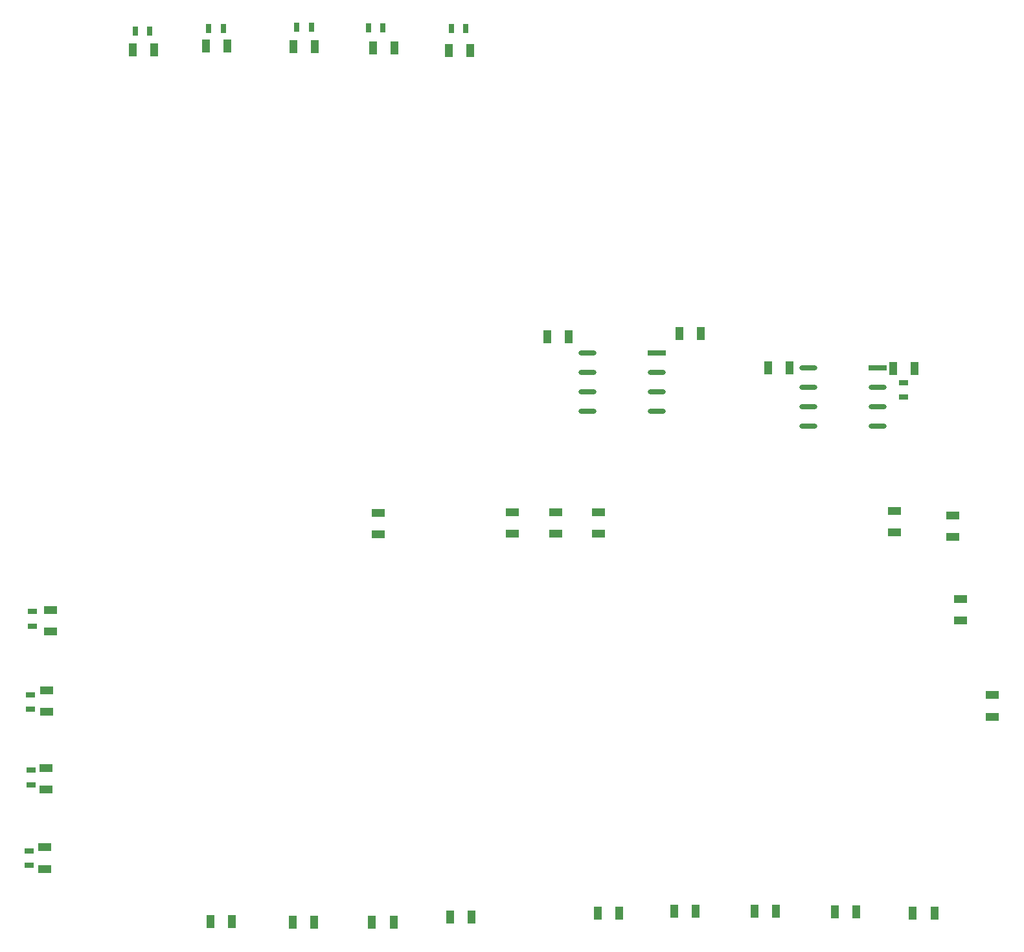
<source format=gbp>
G04*
G04 #@! TF.GenerationSoftware,Altium Limited,Altium Designer,20.1.8 (145)*
G04*
G04 Layer_Color=128*
%FSLAX25Y25*%
%MOIN*%
G70*
G04*
G04 #@! TF.SameCoordinates,44B5AA11-E380-4430-9A95-22E2941CD606*
G04*
G04*
G04 #@! TF.FilePolarity,Positive*
G04*
G01*
G75*
%ADD21R,0.04016X0.07165*%
%ADD22R,0.07165X0.04016*%
%ADD25O,0.09252X0.02559*%
%ADD26R,0.09252X0.02559*%
%ADD27R,0.02756X0.05118*%
%ADD86R,0.05118X0.02756*%
D21*
X283976Y323500D02*
D03*
X295000D02*
D03*
X397476Y307500D02*
D03*
X408500D02*
D03*
X473012Y307000D02*
D03*
X461988D02*
D03*
X320866Y26772D02*
D03*
X309842D02*
D03*
X360236Y27953D02*
D03*
X349213D02*
D03*
X401575D02*
D03*
X390551D02*
D03*
X442913Y27559D02*
D03*
X431890D02*
D03*
X483071Y26772D02*
D03*
X472047D02*
D03*
X121653Y22441D02*
D03*
X110630D02*
D03*
X163779Y22047D02*
D03*
X152756D02*
D03*
X204724D02*
D03*
X193701D02*
D03*
X244882Y24803D02*
D03*
X233858D02*
D03*
X70472Y471260D02*
D03*
X81496D02*
D03*
X108268Y473228D02*
D03*
X119291D02*
D03*
X153150Y472835D02*
D03*
X164173D02*
D03*
X194095Y472047D02*
D03*
X205118D02*
D03*
X233071Y470866D02*
D03*
X244094D02*
D03*
X351988Y325000D02*
D03*
X363012D02*
D03*
D22*
X28346Y171653D02*
D03*
Y182677D02*
D03*
X26378Y130315D02*
D03*
Y141339D02*
D03*
X25984Y90551D02*
D03*
Y101575D02*
D03*
X25197Y49606D02*
D03*
Y60630D02*
D03*
X512992Y138976D02*
D03*
Y127953D02*
D03*
X496453Y177299D02*
D03*
Y188323D02*
D03*
X196850Y221654D02*
D03*
Y232677D02*
D03*
X462598Y222835D02*
D03*
Y233858D02*
D03*
X492520Y220472D02*
D03*
Y231496D02*
D03*
X310236Y233071D02*
D03*
Y222047D02*
D03*
X265748Y233071D02*
D03*
Y222047D02*
D03*
X288189Y233071D02*
D03*
Y222047D02*
D03*
D25*
X454000Y297500D02*
D03*
Y287500D02*
D03*
Y277500D02*
D03*
X418173Y307500D02*
D03*
Y297500D02*
D03*
Y287500D02*
D03*
Y277500D02*
D03*
X340327Y305000D02*
D03*
Y295000D02*
D03*
Y285000D02*
D03*
X304500Y315000D02*
D03*
Y305000D02*
D03*
Y295000D02*
D03*
Y285000D02*
D03*
D26*
X454000Y307500D02*
D03*
X340327Y315000D02*
D03*
D27*
X71850Y480709D02*
D03*
X79331D02*
D03*
X109646Y482283D02*
D03*
X117126D02*
D03*
X154921Y482677D02*
D03*
X162402D02*
D03*
X191831Y482382D02*
D03*
X199311D02*
D03*
X234449Y482283D02*
D03*
X241929D02*
D03*
D86*
X17717Y139173D02*
D03*
Y131693D02*
D03*
X467323Y292323D02*
D03*
Y299803D02*
D03*
X18898Y174606D02*
D03*
Y182087D02*
D03*
X18110Y92913D02*
D03*
Y100394D02*
D03*
X17323Y51378D02*
D03*
Y58858D02*
D03*
M02*

</source>
